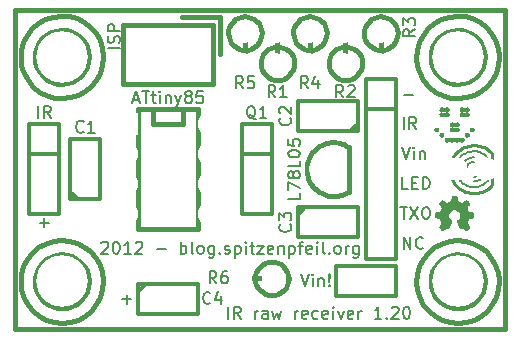
<source format=gto>
G04 (created by PCBNEW-RS274X (2012-jan-04)-stable) date Sat 31 Mar 2012 08:46:18 PM CEST*
G01*
G70*
G90*
%MOIN*%
G04 Gerber Fmt 3.4, Leading zero omitted, Abs format*
%FSLAX34Y34*%
G04 APERTURE LIST*
%ADD10C,0.008000*%
%ADD11C,0.015000*%
%ADD12C,0.010000*%
%ADD13C,0.006000*%
%ADD14C,0.000100*%
%ADD15C,0.012000*%
%ADD16C,0.172000*%
%ADD17C,0.078000*%
%ADD18R,0.072000X0.072000*%
%ADD19C,0.072000*%
%ADD20R,0.067000X0.067000*%
%ADD21C,0.067000*%
%ADD22R,0.102000X0.074000*%
%ADD23O,0.102000X0.074000*%
%ADD24O,0.071100X0.059200*%
G04 APERTURE END LIST*
G54D10*
G54D11*
X19685Y-12795D02*
X19685Y-23425D01*
X36024Y-12795D02*
X19685Y-12795D01*
X36024Y-23425D02*
X36024Y-12795D01*
X19685Y-23425D02*
X36024Y-23425D01*
G54D10*
X20469Y-16402D02*
X20469Y-16002D01*
X20888Y-16402D02*
X20754Y-16211D01*
X20659Y-16402D02*
X20659Y-16002D01*
X20812Y-16002D01*
X20850Y-16021D01*
X20869Y-16040D01*
X20888Y-16078D01*
X20888Y-16135D01*
X20869Y-16173D01*
X20850Y-16192D01*
X20812Y-16211D01*
X20659Y-16211D01*
X32650Y-20772D02*
X32650Y-20372D01*
X32879Y-20772D01*
X32879Y-20372D01*
X33298Y-20734D02*
X33279Y-20753D01*
X33222Y-20772D01*
X33184Y-20772D01*
X33126Y-20753D01*
X33088Y-20715D01*
X33069Y-20677D01*
X33050Y-20600D01*
X33050Y-20543D01*
X33069Y-20467D01*
X33088Y-20429D01*
X33126Y-20391D01*
X33184Y-20372D01*
X33222Y-20372D01*
X33279Y-20391D01*
X33298Y-20410D01*
X32541Y-19372D02*
X32770Y-19372D01*
X32655Y-19772D02*
X32655Y-19372D01*
X32865Y-19372D02*
X33132Y-19772D01*
X33132Y-19372D02*
X32865Y-19772D01*
X33360Y-19372D02*
X33437Y-19372D01*
X33475Y-19391D01*
X33513Y-19429D01*
X33532Y-19505D01*
X33532Y-19639D01*
X33513Y-19715D01*
X33475Y-19753D01*
X33437Y-19772D01*
X33360Y-19772D01*
X33322Y-19753D01*
X33284Y-19715D01*
X33265Y-19639D01*
X33265Y-19505D01*
X33284Y-19429D01*
X33322Y-19391D01*
X33360Y-19372D01*
X32798Y-18772D02*
X32607Y-18772D01*
X32607Y-18372D01*
X32931Y-18562D02*
X33065Y-18562D01*
X33122Y-18772D02*
X32931Y-18772D01*
X32931Y-18372D01*
X33122Y-18372D01*
X33293Y-18772D02*
X33293Y-18372D01*
X33388Y-18372D01*
X33446Y-18391D01*
X33484Y-18429D01*
X33503Y-18467D01*
X33522Y-18543D01*
X33522Y-18600D01*
X33503Y-18677D01*
X33484Y-18715D01*
X33446Y-18753D01*
X33388Y-18772D01*
X33293Y-18772D01*
X32593Y-17372D02*
X32726Y-17772D01*
X32860Y-17372D01*
X32993Y-17772D02*
X32993Y-17505D01*
X32993Y-17372D02*
X32974Y-17391D01*
X32993Y-17410D01*
X33012Y-17391D01*
X32993Y-17372D01*
X32993Y-17410D01*
X33183Y-17505D02*
X33183Y-17772D01*
X33183Y-17543D02*
X33202Y-17524D01*
X33240Y-17505D01*
X33298Y-17505D01*
X33336Y-17524D01*
X33355Y-17562D01*
X33355Y-17772D01*
X32650Y-16772D02*
X32650Y-16372D01*
X33069Y-16772D02*
X32935Y-16581D01*
X32840Y-16772D02*
X32840Y-16372D01*
X32993Y-16372D01*
X33031Y-16391D01*
X33050Y-16410D01*
X33069Y-16448D01*
X33069Y-16505D01*
X33050Y-16543D01*
X33031Y-16562D01*
X32993Y-16581D01*
X32840Y-16581D01*
X32650Y-15620D02*
X32955Y-15620D01*
X22574Y-20567D02*
X22593Y-20548D01*
X22631Y-20529D01*
X22727Y-20529D01*
X22765Y-20548D01*
X22784Y-20567D01*
X22803Y-20605D01*
X22803Y-20643D01*
X22784Y-20700D01*
X22555Y-20929D01*
X22803Y-20929D01*
X23050Y-20529D02*
X23089Y-20529D01*
X23127Y-20548D01*
X23146Y-20567D01*
X23165Y-20605D01*
X23184Y-20681D01*
X23184Y-20777D01*
X23165Y-20853D01*
X23146Y-20891D01*
X23127Y-20910D01*
X23089Y-20929D01*
X23050Y-20929D01*
X23012Y-20910D01*
X22993Y-20891D01*
X22974Y-20853D01*
X22955Y-20777D01*
X22955Y-20681D01*
X22974Y-20605D01*
X22993Y-20567D01*
X23012Y-20548D01*
X23050Y-20529D01*
X23565Y-20929D02*
X23336Y-20929D01*
X23450Y-20929D02*
X23450Y-20529D01*
X23412Y-20586D01*
X23374Y-20624D01*
X23336Y-20643D01*
X23717Y-20567D02*
X23736Y-20548D01*
X23774Y-20529D01*
X23870Y-20529D01*
X23908Y-20548D01*
X23927Y-20567D01*
X23946Y-20605D01*
X23946Y-20643D01*
X23927Y-20700D01*
X23698Y-20929D01*
X23946Y-20929D01*
X24422Y-20777D02*
X24727Y-20777D01*
X25222Y-20929D02*
X25222Y-20529D01*
X25222Y-20681D02*
X25260Y-20662D01*
X25337Y-20662D01*
X25375Y-20681D01*
X25394Y-20700D01*
X25413Y-20738D01*
X25413Y-20853D01*
X25394Y-20891D01*
X25375Y-20910D01*
X25337Y-20929D01*
X25260Y-20929D01*
X25222Y-20910D01*
X25641Y-20929D02*
X25603Y-20910D01*
X25584Y-20872D01*
X25584Y-20529D01*
X25851Y-20929D02*
X25813Y-20910D01*
X25794Y-20891D01*
X25775Y-20853D01*
X25775Y-20738D01*
X25794Y-20700D01*
X25813Y-20681D01*
X25851Y-20662D01*
X25909Y-20662D01*
X25947Y-20681D01*
X25966Y-20700D01*
X25985Y-20738D01*
X25985Y-20853D01*
X25966Y-20891D01*
X25947Y-20910D01*
X25909Y-20929D01*
X25851Y-20929D01*
X26328Y-20662D02*
X26328Y-20986D01*
X26309Y-21024D01*
X26290Y-21043D01*
X26251Y-21062D01*
X26194Y-21062D01*
X26156Y-21043D01*
X26328Y-20910D02*
X26290Y-20929D01*
X26213Y-20929D01*
X26175Y-20910D01*
X26156Y-20891D01*
X26137Y-20853D01*
X26137Y-20738D01*
X26156Y-20700D01*
X26175Y-20681D01*
X26213Y-20662D01*
X26290Y-20662D01*
X26328Y-20681D01*
X26518Y-20891D02*
X26537Y-20910D01*
X26518Y-20929D01*
X26499Y-20910D01*
X26518Y-20891D01*
X26518Y-20929D01*
X26689Y-20910D02*
X26727Y-20929D01*
X26803Y-20929D01*
X26842Y-20910D01*
X26861Y-20872D01*
X26861Y-20853D01*
X26842Y-20815D01*
X26803Y-20796D01*
X26746Y-20796D01*
X26708Y-20777D01*
X26689Y-20738D01*
X26689Y-20719D01*
X26708Y-20681D01*
X26746Y-20662D01*
X26803Y-20662D01*
X26842Y-20681D01*
X27032Y-20662D02*
X27032Y-21062D01*
X27032Y-20681D02*
X27070Y-20662D01*
X27147Y-20662D01*
X27185Y-20681D01*
X27204Y-20700D01*
X27223Y-20738D01*
X27223Y-20853D01*
X27204Y-20891D01*
X27185Y-20910D01*
X27147Y-20929D01*
X27070Y-20929D01*
X27032Y-20910D01*
X27394Y-20929D02*
X27394Y-20662D01*
X27394Y-20529D02*
X27375Y-20548D01*
X27394Y-20567D01*
X27413Y-20548D01*
X27394Y-20529D01*
X27394Y-20567D01*
X27527Y-20662D02*
X27679Y-20662D01*
X27584Y-20529D02*
X27584Y-20872D01*
X27603Y-20910D01*
X27641Y-20929D01*
X27679Y-20929D01*
X27775Y-20662D02*
X27985Y-20662D01*
X27775Y-20929D01*
X27985Y-20929D01*
X28290Y-20910D02*
X28252Y-20929D01*
X28175Y-20929D01*
X28137Y-20910D01*
X28118Y-20872D01*
X28118Y-20719D01*
X28137Y-20681D01*
X28175Y-20662D01*
X28252Y-20662D01*
X28290Y-20681D01*
X28309Y-20719D01*
X28309Y-20757D01*
X28118Y-20796D01*
X28480Y-20662D02*
X28480Y-20929D01*
X28480Y-20700D02*
X28499Y-20681D01*
X28537Y-20662D01*
X28595Y-20662D01*
X28633Y-20681D01*
X28652Y-20719D01*
X28652Y-20929D01*
X28842Y-20662D02*
X28842Y-21062D01*
X28842Y-20681D02*
X28880Y-20662D01*
X28957Y-20662D01*
X28995Y-20681D01*
X29014Y-20700D01*
X29033Y-20738D01*
X29033Y-20853D01*
X29014Y-20891D01*
X28995Y-20910D01*
X28957Y-20929D01*
X28880Y-20929D01*
X28842Y-20910D01*
X29147Y-20662D02*
X29299Y-20662D01*
X29204Y-20929D02*
X29204Y-20586D01*
X29223Y-20548D01*
X29261Y-20529D01*
X29299Y-20529D01*
X29586Y-20910D02*
X29548Y-20929D01*
X29471Y-20929D01*
X29433Y-20910D01*
X29414Y-20872D01*
X29414Y-20719D01*
X29433Y-20681D01*
X29471Y-20662D01*
X29548Y-20662D01*
X29586Y-20681D01*
X29605Y-20719D01*
X29605Y-20757D01*
X29414Y-20796D01*
X29776Y-20929D02*
X29776Y-20662D01*
X29776Y-20529D02*
X29757Y-20548D01*
X29776Y-20567D01*
X29795Y-20548D01*
X29776Y-20529D01*
X29776Y-20567D01*
X30023Y-20929D02*
X29985Y-20910D01*
X29966Y-20872D01*
X29966Y-20529D01*
X30176Y-20891D02*
X30195Y-20910D01*
X30176Y-20929D01*
X30157Y-20910D01*
X30176Y-20891D01*
X30176Y-20929D01*
X30423Y-20929D02*
X30385Y-20910D01*
X30366Y-20891D01*
X30347Y-20853D01*
X30347Y-20738D01*
X30366Y-20700D01*
X30385Y-20681D01*
X30423Y-20662D01*
X30481Y-20662D01*
X30519Y-20681D01*
X30538Y-20700D01*
X30557Y-20738D01*
X30557Y-20853D01*
X30538Y-20891D01*
X30519Y-20910D01*
X30481Y-20929D01*
X30423Y-20929D01*
X30728Y-20929D02*
X30728Y-20662D01*
X30728Y-20738D02*
X30747Y-20700D01*
X30766Y-20681D01*
X30804Y-20662D01*
X30843Y-20662D01*
X31148Y-20662D02*
X31148Y-20986D01*
X31129Y-21024D01*
X31110Y-21043D01*
X31071Y-21062D01*
X31014Y-21062D01*
X30976Y-21043D01*
X31148Y-20910D02*
X31110Y-20929D01*
X31033Y-20929D01*
X30995Y-20910D01*
X30976Y-20891D01*
X30957Y-20853D01*
X30957Y-20738D01*
X30976Y-20700D01*
X30995Y-20681D01*
X31033Y-20662D01*
X31110Y-20662D01*
X31148Y-20681D01*
X26803Y-23095D02*
X26803Y-22695D01*
X27222Y-23095D02*
X27088Y-22904D01*
X26993Y-23095D02*
X26993Y-22695D01*
X27146Y-22695D01*
X27184Y-22714D01*
X27203Y-22733D01*
X27222Y-22771D01*
X27222Y-22828D01*
X27203Y-22866D01*
X27184Y-22885D01*
X27146Y-22904D01*
X26993Y-22904D01*
X27698Y-23095D02*
X27698Y-22828D01*
X27698Y-22904D02*
X27717Y-22866D01*
X27736Y-22847D01*
X27774Y-22828D01*
X27813Y-22828D01*
X28118Y-23095D02*
X28118Y-22885D01*
X28099Y-22847D01*
X28061Y-22828D01*
X27984Y-22828D01*
X27946Y-22847D01*
X28118Y-23076D02*
X28080Y-23095D01*
X27984Y-23095D01*
X27946Y-23076D01*
X27927Y-23038D01*
X27927Y-23000D01*
X27946Y-22962D01*
X27984Y-22943D01*
X28080Y-22943D01*
X28118Y-22923D01*
X28270Y-22828D02*
X28346Y-23095D01*
X28423Y-22904D01*
X28499Y-23095D01*
X28575Y-22828D01*
X29032Y-23095D02*
X29032Y-22828D01*
X29032Y-22904D02*
X29051Y-22866D01*
X29070Y-22847D01*
X29108Y-22828D01*
X29147Y-22828D01*
X29433Y-23076D02*
X29395Y-23095D01*
X29318Y-23095D01*
X29280Y-23076D01*
X29261Y-23038D01*
X29261Y-22885D01*
X29280Y-22847D01*
X29318Y-22828D01*
X29395Y-22828D01*
X29433Y-22847D01*
X29452Y-22885D01*
X29452Y-22923D01*
X29261Y-22962D01*
X29795Y-23076D02*
X29757Y-23095D01*
X29680Y-23095D01*
X29642Y-23076D01*
X29623Y-23057D01*
X29604Y-23019D01*
X29604Y-22904D01*
X29623Y-22866D01*
X29642Y-22847D01*
X29680Y-22828D01*
X29757Y-22828D01*
X29795Y-22847D01*
X30119Y-23076D02*
X30081Y-23095D01*
X30004Y-23095D01*
X29966Y-23076D01*
X29947Y-23038D01*
X29947Y-22885D01*
X29966Y-22847D01*
X30004Y-22828D01*
X30081Y-22828D01*
X30119Y-22847D01*
X30138Y-22885D01*
X30138Y-22923D01*
X29947Y-22962D01*
X30309Y-23095D02*
X30309Y-22828D01*
X30309Y-22695D02*
X30290Y-22714D01*
X30309Y-22733D01*
X30328Y-22714D01*
X30309Y-22695D01*
X30309Y-22733D01*
X30461Y-22828D02*
X30556Y-23095D01*
X30652Y-22828D01*
X30957Y-23076D02*
X30919Y-23095D01*
X30842Y-23095D01*
X30804Y-23076D01*
X30785Y-23038D01*
X30785Y-22885D01*
X30804Y-22847D01*
X30842Y-22828D01*
X30919Y-22828D01*
X30957Y-22847D01*
X30976Y-22885D01*
X30976Y-22923D01*
X30785Y-22962D01*
X31147Y-23095D02*
X31147Y-22828D01*
X31147Y-22904D02*
X31166Y-22866D01*
X31185Y-22847D01*
X31223Y-22828D01*
X31262Y-22828D01*
X31910Y-23095D02*
X31681Y-23095D01*
X31795Y-23095D02*
X31795Y-22695D01*
X31757Y-22752D01*
X31719Y-22790D01*
X31681Y-22809D01*
X32081Y-23057D02*
X32100Y-23076D01*
X32081Y-23095D01*
X32062Y-23076D01*
X32081Y-23057D01*
X32081Y-23095D01*
X32252Y-22733D02*
X32271Y-22714D01*
X32309Y-22695D01*
X32405Y-22695D01*
X32443Y-22714D01*
X32462Y-22733D01*
X32481Y-22771D01*
X32481Y-22809D01*
X32462Y-22866D01*
X32233Y-23095D01*
X32481Y-23095D01*
X32728Y-22695D02*
X32767Y-22695D01*
X32805Y-22714D01*
X32824Y-22733D01*
X32843Y-22771D01*
X32862Y-22847D01*
X32862Y-22943D01*
X32843Y-23019D01*
X32824Y-23057D01*
X32805Y-23076D01*
X32767Y-23095D01*
X32728Y-23095D01*
X32690Y-23076D01*
X32671Y-23057D01*
X32652Y-23019D01*
X32633Y-22943D01*
X32633Y-22847D01*
X32652Y-22771D01*
X32671Y-22733D01*
X32690Y-22714D01*
X32728Y-22695D01*
X20517Y-19892D02*
X20822Y-19892D01*
X20670Y-20044D02*
X20670Y-19739D01*
X23273Y-22451D02*
X23578Y-22451D01*
X23426Y-22603D02*
X23426Y-22298D01*
G54D11*
X22638Y-14370D02*
X22611Y-14637D01*
X22534Y-14895D01*
X22407Y-15132D01*
X22237Y-15340D01*
X22030Y-15512D01*
X21793Y-15640D01*
X21537Y-15719D01*
X21269Y-15747D01*
X21002Y-15723D01*
X20744Y-15647D01*
X20506Y-15523D01*
X20296Y-15354D01*
X20123Y-15148D01*
X19994Y-14912D01*
X19913Y-14656D01*
X19883Y-14389D01*
X19905Y-14122D01*
X19979Y-13863D01*
X20102Y-13624D01*
X20269Y-13413D01*
X20474Y-13239D01*
X20709Y-13108D01*
X20965Y-13025D01*
X21232Y-12993D01*
X21499Y-13013D01*
X21758Y-13086D01*
X21998Y-13207D01*
X22210Y-13373D01*
X22386Y-13576D01*
X22518Y-13810D01*
X22603Y-14065D01*
X22637Y-14332D01*
X22638Y-14370D01*
X22160Y-14370D02*
X22142Y-14544D01*
X22092Y-14712D01*
X22009Y-14868D01*
X21898Y-15004D01*
X21763Y-15116D01*
X21608Y-15199D01*
X21440Y-15251D01*
X21266Y-15269D01*
X21092Y-15254D01*
X20923Y-15204D01*
X20768Y-15123D01*
X20631Y-15013D01*
X20518Y-14878D01*
X20433Y-14724D01*
X20380Y-14557D01*
X20361Y-14382D01*
X20375Y-14208D01*
X20424Y-14039D01*
X20504Y-13883D01*
X20613Y-13745D01*
X20747Y-13631D01*
X20900Y-13546D01*
X21067Y-13491D01*
X21242Y-13471D01*
X21416Y-13484D01*
X21585Y-13531D01*
X21742Y-13611D01*
X21880Y-13719D01*
X21995Y-13852D01*
X22082Y-14004D01*
X22137Y-14171D01*
X22159Y-14345D01*
X22160Y-14370D01*
G54D12*
X35610Y-18610D02*
X35610Y-17610D01*
G54D13*
X34530Y-17726D02*
X34498Y-17768D01*
X34470Y-17812D01*
X34446Y-17859D01*
X34426Y-17907D01*
X34410Y-17957D01*
X34399Y-18008D01*
X34393Y-18060D01*
X34390Y-18110D01*
X34391Y-18110D02*
X34394Y-18162D01*
X34401Y-18214D01*
X34412Y-18265D01*
X34428Y-18314D01*
X34448Y-18363D01*
X34472Y-18409D01*
X34500Y-18453D01*
X34532Y-18495D01*
X34543Y-18507D01*
X35589Y-18110D02*
X35586Y-18058D01*
X35579Y-18006D01*
X35568Y-17955D01*
X35552Y-17906D01*
X35532Y-17857D01*
X35508Y-17811D01*
X35480Y-17767D01*
X35448Y-17725D01*
X35444Y-17721D01*
X35450Y-18494D02*
X35482Y-18452D01*
X35510Y-18408D01*
X35534Y-18361D01*
X35554Y-18313D01*
X35570Y-18263D01*
X35581Y-18212D01*
X35587Y-18160D01*
X35590Y-18110D01*
X35477Y-17761D02*
X35445Y-17720D01*
X35409Y-17682D01*
X35370Y-17647D01*
X35328Y-17615D01*
X35284Y-17588D01*
X35237Y-17564D01*
X35189Y-17545D01*
X35139Y-17529D01*
X35087Y-17519D01*
X35036Y-17512D01*
X34990Y-17510D01*
X34990Y-17510D02*
X34938Y-17513D01*
X34886Y-17520D01*
X34835Y-17531D01*
X34785Y-17547D01*
X34737Y-17567D01*
X34691Y-17591D01*
X34646Y-17619D01*
X34605Y-17651D01*
X34566Y-17686D01*
X34531Y-17725D01*
X34511Y-17750D01*
X34990Y-18709D02*
X35042Y-18706D01*
X35094Y-18699D01*
X35145Y-18688D01*
X35194Y-18672D01*
X35243Y-18652D01*
X35289Y-18628D01*
X35333Y-18600D01*
X35375Y-18568D01*
X35413Y-18533D01*
X35448Y-18495D01*
X35462Y-18477D01*
X34517Y-18478D02*
X34551Y-18518D01*
X34588Y-18555D01*
X34629Y-18588D01*
X34672Y-18618D01*
X34717Y-18644D01*
X34765Y-18665D01*
X34814Y-18683D01*
X34865Y-18696D01*
X34916Y-18705D01*
X34969Y-18709D01*
X34990Y-18710D01*
X34990Y-17860D02*
X34969Y-17861D01*
X34947Y-17864D01*
X34926Y-17869D01*
X34905Y-17876D01*
X34885Y-17884D01*
X34866Y-17894D01*
X34847Y-17906D01*
X34830Y-17919D01*
X34814Y-17934D01*
X34799Y-17950D01*
X34786Y-17967D01*
X34774Y-17986D01*
X34764Y-18005D01*
X34756Y-18025D01*
X34749Y-18046D01*
X34744Y-18067D01*
X34741Y-18089D01*
X34740Y-18110D01*
X34990Y-17710D02*
X34956Y-17712D01*
X34921Y-17717D01*
X34887Y-17724D01*
X34854Y-17735D01*
X34821Y-17748D01*
X34791Y-17764D01*
X34761Y-17783D01*
X34733Y-17804D01*
X34708Y-17828D01*
X34684Y-17853D01*
X34663Y-17881D01*
X34644Y-17911D01*
X34628Y-17941D01*
X34615Y-17974D01*
X34604Y-18007D01*
X34597Y-18041D01*
X34592Y-18076D01*
X34590Y-18110D01*
X34990Y-18360D02*
X35011Y-18359D01*
X35033Y-18356D01*
X35054Y-18351D01*
X35075Y-18344D01*
X35095Y-18336D01*
X35115Y-18326D01*
X35133Y-18314D01*
X35150Y-18301D01*
X35166Y-18286D01*
X35181Y-18270D01*
X35194Y-18253D01*
X35206Y-18234D01*
X35216Y-18215D01*
X35224Y-18195D01*
X35231Y-18174D01*
X35236Y-18153D01*
X35239Y-18131D01*
X35240Y-18110D01*
X34990Y-18510D02*
X35024Y-18508D01*
X35059Y-18503D01*
X35093Y-18496D01*
X35126Y-18485D01*
X35159Y-18472D01*
X35190Y-18456D01*
X35219Y-18437D01*
X35247Y-18416D01*
X35272Y-18392D01*
X35296Y-18367D01*
X35317Y-18339D01*
X35336Y-18309D01*
X35352Y-18279D01*
X35365Y-18246D01*
X35376Y-18213D01*
X35383Y-18179D01*
X35388Y-18144D01*
X35390Y-18110D01*
G54D12*
X35603Y-17597D02*
X35556Y-17546D01*
X35505Y-17499D01*
X35450Y-17456D01*
X35391Y-17418D01*
X35329Y-17386D01*
X35264Y-17359D01*
X35198Y-17338D01*
X35130Y-17323D01*
X35061Y-17314D01*
X34991Y-17311D01*
X34990Y-17310D01*
X34990Y-17311D02*
X34921Y-17315D01*
X34852Y-17324D01*
X34784Y-17339D01*
X34717Y-17360D01*
X34653Y-17386D01*
X34591Y-17419D01*
X34532Y-17456D01*
X34477Y-17498D01*
X34426Y-17546D01*
X34378Y-17597D01*
X34336Y-17652D01*
X34299Y-17711D01*
X34286Y-17734D01*
X34991Y-18907D02*
X35060Y-18904D01*
X35129Y-18895D01*
X35197Y-18880D01*
X35264Y-18859D01*
X35328Y-18832D01*
X35390Y-18800D01*
X35448Y-18762D01*
X35504Y-18720D01*
X35555Y-18673D01*
X35599Y-18625D01*
X34296Y-18507D02*
X34334Y-18566D01*
X34376Y-18622D01*
X34423Y-18673D01*
X34474Y-18721D01*
X34529Y-18763D01*
X34588Y-18801D01*
X34650Y-18833D01*
X34714Y-18860D01*
X34781Y-18882D01*
X34849Y-18897D01*
X34918Y-18906D01*
X34988Y-18909D01*
X34990Y-18910D01*
X34286Y-17731D02*
X34256Y-17794D01*
X34231Y-17859D01*
X34212Y-17926D01*
X34199Y-17995D01*
X34192Y-18064D01*
X34190Y-18110D01*
X34191Y-18110D02*
X34195Y-18179D01*
X34204Y-18248D01*
X34219Y-18316D01*
X34240Y-18383D01*
X34266Y-18447D01*
X34299Y-18509D01*
X34310Y-18528D01*
G54D11*
X26299Y-15255D02*
X26299Y-13287D01*
X23307Y-13287D02*
X23307Y-15255D01*
X23307Y-15255D02*
X26299Y-15255D01*
X26299Y-13287D02*
X23346Y-13287D01*
X23346Y-13287D02*
X23307Y-13287D01*
X26535Y-13051D02*
X26535Y-14271D01*
X26535Y-13051D02*
X25275Y-13051D01*
X35827Y-21850D02*
X35800Y-22117D01*
X35723Y-22375D01*
X35596Y-22612D01*
X35426Y-22820D01*
X35219Y-22992D01*
X34982Y-23120D01*
X34726Y-23199D01*
X34458Y-23227D01*
X34191Y-23203D01*
X33933Y-23127D01*
X33695Y-23003D01*
X33485Y-22834D01*
X33312Y-22628D01*
X33183Y-22392D01*
X33102Y-22136D01*
X33072Y-21869D01*
X33094Y-21602D01*
X33168Y-21343D01*
X33291Y-21104D01*
X33458Y-20893D01*
X33663Y-20719D01*
X33898Y-20588D01*
X34154Y-20505D01*
X34421Y-20473D01*
X34688Y-20493D01*
X34947Y-20566D01*
X35187Y-20687D01*
X35399Y-20853D01*
X35575Y-21056D01*
X35707Y-21290D01*
X35792Y-21545D01*
X35826Y-21812D01*
X35827Y-21850D01*
X35349Y-21850D02*
X35331Y-22024D01*
X35281Y-22192D01*
X35198Y-22348D01*
X35087Y-22484D01*
X34952Y-22596D01*
X34797Y-22679D01*
X34629Y-22731D01*
X34455Y-22749D01*
X34281Y-22734D01*
X34112Y-22684D01*
X33957Y-22603D01*
X33820Y-22493D01*
X33707Y-22358D01*
X33622Y-22204D01*
X33569Y-22037D01*
X33550Y-21862D01*
X33564Y-21688D01*
X33613Y-21519D01*
X33693Y-21363D01*
X33802Y-21225D01*
X33936Y-21111D01*
X34089Y-21026D01*
X34256Y-20971D01*
X34431Y-20951D01*
X34605Y-20964D01*
X34774Y-21011D01*
X34931Y-21091D01*
X35069Y-21199D01*
X35184Y-21332D01*
X35271Y-21484D01*
X35326Y-21651D01*
X35348Y-21825D01*
X35349Y-21850D01*
X35827Y-14370D02*
X35800Y-14637D01*
X35723Y-14895D01*
X35596Y-15132D01*
X35426Y-15340D01*
X35219Y-15512D01*
X34982Y-15640D01*
X34726Y-15719D01*
X34458Y-15747D01*
X34191Y-15723D01*
X33933Y-15647D01*
X33695Y-15523D01*
X33485Y-15354D01*
X33312Y-15148D01*
X33183Y-14912D01*
X33102Y-14656D01*
X33072Y-14389D01*
X33094Y-14122D01*
X33168Y-13863D01*
X33291Y-13624D01*
X33458Y-13413D01*
X33663Y-13239D01*
X33898Y-13108D01*
X34154Y-13025D01*
X34421Y-12993D01*
X34688Y-13013D01*
X34947Y-13086D01*
X35187Y-13207D01*
X35399Y-13373D01*
X35575Y-13576D01*
X35707Y-13810D01*
X35792Y-14065D01*
X35826Y-14332D01*
X35827Y-14370D01*
X35349Y-14370D02*
X35331Y-14544D01*
X35281Y-14712D01*
X35198Y-14868D01*
X35087Y-15004D01*
X34952Y-15116D01*
X34797Y-15199D01*
X34629Y-15251D01*
X34455Y-15269D01*
X34281Y-15254D01*
X34112Y-15204D01*
X33957Y-15123D01*
X33820Y-15013D01*
X33707Y-14878D01*
X33622Y-14724D01*
X33569Y-14557D01*
X33550Y-14382D01*
X33564Y-14208D01*
X33613Y-14039D01*
X33693Y-13883D01*
X33802Y-13745D01*
X33936Y-13631D01*
X34089Y-13546D01*
X34256Y-13491D01*
X34431Y-13471D01*
X34605Y-13484D01*
X34774Y-13531D01*
X34931Y-13611D01*
X35069Y-13719D01*
X35184Y-13852D01*
X35271Y-14004D01*
X35326Y-14171D01*
X35348Y-14345D01*
X35349Y-14370D01*
X22637Y-21850D02*
X22610Y-22117D01*
X22533Y-22375D01*
X22406Y-22612D01*
X22236Y-22820D01*
X22029Y-22992D01*
X21792Y-23120D01*
X21536Y-23199D01*
X21268Y-23227D01*
X21001Y-23203D01*
X20743Y-23127D01*
X20505Y-23003D01*
X20295Y-22834D01*
X20122Y-22628D01*
X19993Y-22392D01*
X19912Y-22136D01*
X19882Y-21869D01*
X19904Y-21602D01*
X19978Y-21343D01*
X20101Y-21104D01*
X20268Y-20893D01*
X20473Y-20719D01*
X20708Y-20588D01*
X20964Y-20505D01*
X21231Y-20473D01*
X21498Y-20493D01*
X21757Y-20566D01*
X21997Y-20687D01*
X22209Y-20853D01*
X22385Y-21056D01*
X22517Y-21290D01*
X22602Y-21545D01*
X22636Y-21812D01*
X22637Y-21850D01*
X22159Y-21850D02*
X22141Y-22024D01*
X22091Y-22192D01*
X22008Y-22348D01*
X21897Y-22484D01*
X21762Y-22596D01*
X21607Y-22679D01*
X21439Y-22731D01*
X21265Y-22749D01*
X21091Y-22734D01*
X20922Y-22684D01*
X20767Y-22603D01*
X20630Y-22493D01*
X20517Y-22358D01*
X20432Y-22204D01*
X20379Y-22037D01*
X20360Y-21862D01*
X20374Y-21688D01*
X20423Y-21519D01*
X20503Y-21363D01*
X20612Y-21225D01*
X20746Y-21111D01*
X20899Y-21026D01*
X21066Y-20971D01*
X21241Y-20951D01*
X21415Y-20964D01*
X21584Y-21011D01*
X21741Y-21091D01*
X21879Y-21199D01*
X21994Y-21332D01*
X22081Y-21484D01*
X22136Y-21651D01*
X22158Y-21825D01*
X22159Y-21850D01*
G54D14*
G36*
X34605Y-17223D02*
X34622Y-17221D01*
X34638Y-17216D01*
X34645Y-17212D01*
X34659Y-17202D01*
X34670Y-17190D01*
X34679Y-17176D01*
X34685Y-17160D01*
X34687Y-17144D01*
X34687Y-17127D01*
X34683Y-17111D01*
X34675Y-17095D01*
X34670Y-17088D01*
X34663Y-17080D01*
X34656Y-17073D01*
X34648Y-17068D01*
X34646Y-17066D01*
X34632Y-17060D01*
X34617Y-17056D01*
X34600Y-17055D01*
X34594Y-17056D01*
X34585Y-17057D01*
X34577Y-17059D01*
X34568Y-17063D01*
X34558Y-17068D01*
X34544Y-17079D01*
X34533Y-17092D01*
X34525Y-17108D01*
X34522Y-17115D01*
X34520Y-17123D01*
X34519Y-17130D01*
X34519Y-17131D01*
X34519Y-17131D01*
X34518Y-17128D01*
X34518Y-17127D01*
X34516Y-17116D01*
X34512Y-17105D01*
X34507Y-17095D01*
X34497Y-17083D01*
X34484Y-17071D01*
X34470Y-17062D01*
X34453Y-17057D01*
X34435Y-17055D01*
X34431Y-17055D01*
X34417Y-17057D01*
X34405Y-17060D01*
X34402Y-17061D01*
X34388Y-17069D01*
X34375Y-17080D01*
X34365Y-17092D01*
X34357Y-17107D01*
X34352Y-17122D01*
X34352Y-17122D01*
X34351Y-17126D01*
X34351Y-17128D01*
X34351Y-17128D01*
X34351Y-17126D01*
X34350Y-17122D01*
X34349Y-17120D01*
X34344Y-17105D01*
X34336Y-17091D01*
X34325Y-17078D01*
X34315Y-17070D01*
X34301Y-17062D01*
X34285Y-17057D01*
X34267Y-17055D01*
X34254Y-17056D01*
X34237Y-17060D01*
X34222Y-17068D01*
X34209Y-17079D01*
X34197Y-17092D01*
X34196Y-17094D01*
X34192Y-17100D01*
X34190Y-17105D01*
X34188Y-17109D01*
X34186Y-17117D01*
X34184Y-17124D01*
X34183Y-17130D01*
X34183Y-17131D01*
X34183Y-17131D01*
X34182Y-17127D01*
X34180Y-17118D01*
X34176Y-17106D01*
X34171Y-17096D01*
X34161Y-17083D01*
X34148Y-17071D01*
X34133Y-17062D01*
X34117Y-17057D01*
X34099Y-17055D01*
X34083Y-17056D01*
X34067Y-17061D01*
X34052Y-17069D01*
X34038Y-17081D01*
X34032Y-17088D01*
X34025Y-17097D01*
X34020Y-17108D01*
X34017Y-17117D01*
X34015Y-17134D01*
X34015Y-17150D01*
X34019Y-17166D01*
X34025Y-17181D01*
X34035Y-17194D01*
X34046Y-17205D01*
X34060Y-17214D01*
X34075Y-17220D01*
X34092Y-17223D01*
X34094Y-17223D01*
X34111Y-17222D01*
X34127Y-17219D01*
X34143Y-17211D01*
X34148Y-17208D01*
X34159Y-17198D01*
X34169Y-17186D01*
X34176Y-17173D01*
X34178Y-17168D01*
X34180Y-17161D01*
X34182Y-17154D01*
X34183Y-17148D01*
X34183Y-17145D01*
X34183Y-17148D01*
X34184Y-17151D01*
X34185Y-17158D01*
X34188Y-17167D01*
X34190Y-17174D01*
X34194Y-17181D01*
X34205Y-17195D01*
X34217Y-17207D01*
X34232Y-17216D01*
X34249Y-17222D01*
X34252Y-17222D01*
X34264Y-17223D01*
X34276Y-17223D01*
X34287Y-17221D01*
X34298Y-17218D01*
X34314Y-17209D01*
X34328Y-17198D01*
X34329Y-17197D01*
X34338Y-17185D01*
X34345Y-17171D01*
X34350Y-17157D01*
X34350Y-17156D01*
X34351Y-17152D01*
X34351Y-17150D01*
X34351Y-17151D01*
X34352Y-17155D01*
X34352Y-17156D01*
X34354Y-17165D01*
X34358Y-17174D01*
X34363Y-17184D01*
X34371Y-17194D01*
X34383Y-17206D01*
X34398Y-17215D01*
X34415Y-17221D01*
X34418Y-17222D01*
X34429Y-17223D01*
X34441Y-17223D01*
X34452Y-17222D01*
X34462Y-17219D01*
X34477Y-17212D01*
X34491Y-17201D01*
X34503Y-17189D01*
X34512Y-17174D01*
X34514Y-17169D01*
X34516Y-17161D01*
X34518Y-17154D01*
X34519Y-17148D01*
X34519Y-17147D01*
X34519Y-17147D01*
X34520Y-17151D01*
X34520Y-17151D01*
X34522Y-17162D01*
X34526Y-17173D01*
X34531Y-17183D01*
X34534Y-17186D01*
X34544Y-17199D01*
X34558Y-17210D01*
X34572Y-17218D01*
X34588Y-17222D01*
X34605Y-17223D01*
X34605Y-17223D01*
G37*
G36*
X33925Y-17055D02*
X33935Y-17055D01*
X33945Y-17054D01*
X33956Y-17051D01*
X33972Y-17044D01*
X33986Y-17034D01*
X33998Y-17021D01*
X34006Y-17007D01*
X34012Y-16991D01*
X34014Y-16973D01*
X34013Y-16956D01*
X34009Y-16940D01*
X34001Y-16925D01*
X33991Y-16912D01*
X33977Y-16901D01*
X33973Y-16898D01*
X33957Y-16890D01*
X33940Y-16887D01*
X33922Y-16887D01*
X33905Y-16890D01*
X33891Y-16896D01*
X33876Y-16906D01*
X33864Y-16918D01*
X33855Y-16933D01*
X33848Y-16950D01*
X33847Y-16958D01*
X33846Y-16969D01*
X33846Y-16980D01*
X33848Y-16989D01*
X33849Y-16992D01*
X33855Y-17009D01*
X33865Y-17024D01*
X33878Y-17037D01*
X33893Y-17046D01*
X33900Y-17049D01*
X33910Y-17053D01*
X33919Y-17054D01*
X33925Y-17055D01*
X33925Y-17055D01*
G37*
G36*
X34774Y-17055D02*
X34791Y-17053D01*
X34808Y-17047D01*
X34823Y-17037D01*
X34827Y-17035D01*
X34838Y-17022D01*
X34848Y-17008D01*
X34854Y-16991D01*
X34855Y-16983D01*
X34856Y-16972D01*
X34856Y-16961D01*
X34854Y-16952D01*
X34853Y-16948D01*
X34846Y-16931D01*
X34837Y-16917D01*
X34825Y-16905D01*
X34810Y-16896D01*
X34794Y-16889D01*
X34776Y-16886D01*
X34770Y-16886D01*
X34753Y-16888D01*
X34737Y-16894D01*
X34723Y-16902D01*
X34711Y-16913D01*
X34701Y-16926D01*
X34693Y-16941D01*
X34689Y-16957D01*
X34688Y-16974D01*
X34689Y-16985D01*
X34691Y-16994D01*
X34694Y-17004D01*
X34701Y-17017D01*
X34712Y-17030D01*
X34725Y-17041D01*
X34740Y-17049D01*
X34756Y-17054D01*
X34774Y-17055D01*
X34774Y-17055D01*
G37*
G36*
X33757Y-16886D02*
X33769Y-16886D01*
X33779Y-16885D01*
X33791Y-16881D01*
X33807Y-16873D01*
X33821Y-16862D01*
X33830Y-16851D01*
X33839Y-16837D01*
X33844Y-16820D01*
X33845Y-16813D01*
X33846Y-16803D01*
X33845Y-16793D01*
X33844Y-16785D01*
X33843Y-16779D01*
X33836Y-16763D01*
X33827Y-16748D01*
X33814Y-16736D01*
X33799Y-16727D01*
X33793Y-16724D01*
X33782Y-16720D01*
X33771Y-16718D01*
X33759Y-16718D01*
X33751Y-16719D01*
X33742Y-16720D01*
X33733Y-16722D01*
X33724Y-16727D01*
X33719Y-16729D01*
X33705Y-16740D01*
X33693Y-16753D01*
X33684Y-16768D01*
X33679Y-16785D01*
X33678Y-16789D01*
X33677Y-16799D01*
X33678Y-16810D01*
X33679Y-16819D01*
X33680Y-16825D01*
X33687Y-16841D01*
X33696Y-16856D01*
X33709Y-16868D01*
X33724Y-16877D01*
X33741Y-16884D01*
X33746Y-16885D01*
X33757Y-16886D01*
X33757Y-16886D01*
G37*
G36*
X34433Y-16886D02*
X34450Y-16885D01*
X34466Y-16881D01*
X34475Y-16876D01*
X34489Y-16866D01*
X34501Y-16854D01*
X34511Y-16839D01*
X34516Y-16822D01*
X34517Y-16819D01*
X34519Y-16805D01*
X34519Y-16792D01*
X34515Y-16778D01*
X34509Y-16761D01*
X34499Y-16747D01*
X34486Y-16735D01*
X34471Y-16726D01*
X34454Y-16720D01*
X34443Y-16717D01*
X34449Y-16717D01*
X34450Y-16716D01*
X34462Y-16713D01*
X34475Y-16708D01*
X34486Y-16700D01*
X34488Y-16698D01*
X34501Y-16686D01*
X34510Y-16672D01*
X34516Y-16656D01*
X34519Y-16640D01*
X34518Y-16624D01*
X34515Y-16607D01*
X34507Y-16592D01*
X34507Y-16591D01*
X34497Y-16577D01*
X34484Y-16566D01*
X34470Y-16558D01*
X34454Y-16553D01*
X34438Y-16550D01*
X34422Y-16551D01*
X34406Y-16555D01*
X34391Y-16563D01*
X34377Y-16573D01*
X34369Y-16581D01*
X34361Y-16594D01*
X34355Y-16607D01*
X34352Y-16619D01*
X34351Y-16622D01*
X34351Y-16624D01*
X34351Y-16623D01*
X34350Y-16619D01*
X34347Y-16608D01*
X34342Y-16596D01*
X34335Y-16585D01*
X34331Y-16579D01*
X34318Y-16567D01*
X34304Y-16558D01*
X34287Y-16553D01*
X34270Y-16550D01*
X34253Y-16551D01*
X34243Y-16554D01*
X34226Y-16561D01*
X34212Y-16571D01*
X34200Y-16583D01*
X34191Y-16598D01*
X34185Y-16614D01*
X34184Y-16623D01*
X34183Y-16639D01*
X34186Y-16656D01*
X34192Y-16672D01*
X34202Y-16686D01*
X34214Y-16698D01*
X34229Y-16708D01*
X34235Y-16711D01*
X34243Y-16714D01*
X34250Y-16716D01*
X34256Y-16717D01*
X34257Y-16717D01*
X34256Y-16718D01*
X34253Y-16719D01*
X34244Y-16721D01*
X34233Y-16725D01*
X34223Y-16730D01*
X34218Y-16733D01*
X34207Y-16743D01*
X34197Y-16755D01*
X34190Y-16768D01*
X34185Y-16782D01*
X34183Y-16797D01*
X34183Y-16812D01*
X34184Y-16815D01*
X34189Y-16832D01*
X34196Y-16848D01*
X34208Y-16862D01*
X34217Y-16870D01*
X34232Y-16879D01*
X34249Y-16885D01*
X34256Y-16885D01*
X34265Y-16886D01*
X34274Y-16885D01*
X34283Y-16885D01*
X34290Y-16883D01*
X34296Y-16882D01*
X34312Y-16873D01*
X34326Y-16862D01*
X34337Y-16849D01*
X34341Y-16842D01*
X34347Y-16831D01*
X34350Y-16820D01*
X34350Y-16819D01*
X34351Y-16815D01*
X34351Y-16813D01*
X34351Y-16813D01*
X34351Y-16791D01*
X34351Y-16791D01*
X34351Y-16789D01*
X34350Y-16785D01*
X34350Y-16783D01*
X34345Y-16768D01*
X34336Y-16754D01*
X34326Y-16742D01*
X34313Y-16731D01*
X34299Y-16724D01*
X34298Y-16723D01*
X34290Y-16721D01*
X34283Y-16719D01*
X34276Y-16718D01*
X34283Y-16716D01*
X34293Y-16714D01*
X34308Y-16707D01*
X34322Y-16698D01*
X34333Y-16686D01*
X34342Y-16672D01*
X34346Y-16665D01*
X34349Y-16656D01*
X34350Y-16649D01*
X34351Y-16646D01*
X34351Y-16644D01*
X34351Y-16645D01*
X34352Y-16649D01*
X34353Y-16655D01*
X34356Y-16664D01*
X34360Y-16672D01*
X34365Y-16681D01*
X34376Y-16693D01*
X34389Y-16704D01*
X34404Y-16712D01*
X34419Y-16716D01*
X34427Y-16718D01*
X34419Y-16719D01*
X34418Y-16719D01*
X34411Y-16721D01*
X34403Y-16724D01*
X34402Y-16724D01*
X34388Y-16732D01*
X34375Y-16743D01*
X34365Y-16755D01*
X34357Y-16770D01*
X34352Y-16784D01*
X34352Y-16785D01*
X34351Y-16789D01*
X34351Y-16791D01*
X34351Y-16813D01*
X34351Y-16813D01*
X34351Y-16815D01*
X34352Y-16820D01*
X34355Y-16830D01*
X34362Y-16845D01*
X34373Y-16859D01*
X34385Y-16870D01*
X34400Y-16879D01*
X34400Y-16879D01*
X34416Y-16884D01*
X34433Y-16886D01*
X34433Y-16886D01*
G37*
G36*
X34934Y-16886D02*
X34948Y-16886D01*
X34960Y-16884D01*
X34968Y-16882D01*
X34984Y-16874D01*
X34998Y-16864D01*
X35009Y-16851D01*
X35018Y-16836D01*
X35023Y-16820D01*
X35025Y-16802D01*
X35024Y-16795D01*
X35021Y-16778D01*
X35014Y-16761D01*
X35004Y-16746D01*
X35001Y-16743D01*
X34989Y-16733D01*
X34975Y-16725D01*
X34960Y-16720D01*
X34960Y-16720D01*
X34947Y-16718D01*
X34933Y-16718D01*
X34921Y-16720D01*
X34916Y-16721D01*
X34900Y-16728D01*
X34886Y-16737D01*
X34875Y-16749D01*
X34866Y-16763D01*
X34859Y-16778D01*
X34856Y-16795D01*
X34857Y-16812D01*
X34860Y-16829D01*
X34866Y-16842D01*
X34876Y-16856D01*
X34888Y-16868D01*
X34903Y-16877D01*
X34919Y-16884D01*
X34921Y-16884D01*
X34934Y-16886D01*
X34934Y-16886D01*
G37*
G36*
X34101Y-16382D02*
X34118Y-16380D01*
X34134Y-16374D01*
X34142Y-16370D01*
X34149Y-16365D01*
X34157Y-16358D01*
X34166Y-16348D01*
X34175Y-16334D01*
X34181Y-16318D01*
X34182Y-16313D01*
X34183Y-16302D01*
X34183Y-16290D01*
X34181Y-16280D01*
X34177Y-16266D01*
X34169Y-16251D01*
X34159Y-16238D01*
X34157Y-16236D01*
X34149Y-16230D01*
X34140Y-16224D01*
X34132Y-16220D01*
X34129Y-16219D01*
X34122Y-16216D01*
X34115Y-16215D01*
X34110Y-16214D01*
X34107Y-16214D01*
X34110Y-16213D01*
X34114Y-16212D01*
X34120Y-16211D01*
X34126Y-16209D01*
X34138Y-16203D01*
X34151Y-16195D01*
X34161Y-16186D01*
X34162Y-16184D01*
X34173Y-16170D01*
X34179Y-16154D01*
X34183Y-16137D01*
X34183Y-16120D01*
X34182Y-16116D01*
X34177Y-16099D01*
X34169Y-16083D01*
X34158Y-16069D01*
X34148Y-16060D01*
X34133Y-16052D01*
X34117Y-16046D01*
X34113Y-16046D01*
X34102Y-16045D01*
X34090Y-16045D01*
X34079Y-16047D01*
X34070Y-16050D01*
X34054Y-16057D01*
X34041Y-16068D01*
X34030Y-16080D01*
X34021Y-16095D01*
X34016Y-16111D01*
X34016Y-16113D01*
X34015Y-16117D01*
X34014Y-16119D01*
X34014Y-16117D01*
X34013Y-16113D01*
X34011Y-16106D01*
X34009Y-16099D01*
X34006Y-16092D01*
X34003Y-16087D01*
X33993Y-16073D01*
X33980Y-16061D01*
X33965Y-16052D01*
X33949Y-16047D01*
X33931Y-16045D01*
X33917Y-16046D01*
X33901Y-16050D01*
X33886Y-16057D01*
X33877Y-16063D01*
X33865Y-16075D01*
X33856Y-16090D01*
X33849Y-16105D01*
X33846Y-16122D01*
X33846Y-16139D01*
X33850Y-16154D01*
X33857Y-16171D01*
X33867Y-16185D01*
X33880Y-16196D01*
X33895Y-16205D01*
X33912Y-16211D01*
X33922Y-16214D01*
X33916Y-16214D01*
X33913Y-16215D01*
X33899Y-16219D01*
X33886Y-16226D01*
X33874Y-16235D01*
X33864Y-16245D01*
X33858Y-16254D01*
X33852Y-16266D01*
X33848Y-16277D01*
X33847Y-16286D01*
X33846Y-16296D01*
X33846Y-16307D01*
X33848Y-16316D01*
X33851Y-16326D01*
X33859Y-16342D01*
X33869Y-16356D01*
X33883Y-16367D01*
X33898Y-16375D01*
X33916Y-16381D01*
X33920Y-16381D01*
X33931Y-16382D01*
X33942Y-16381D01*
X33951Y-16379D01*
X33958Y-16377D01*
X33974Y-16369D01*
X33988Y-16359D01*
X33999Y-16346D01*
X34008Y-16331D01*
X34013Y-16314D01*
X34013Y-16313D01*
X34014Y-16309D01*
X34015Y-16309D01*
X34015Y-16286D01*
X34014Y-16285D01*
X34013Y-16282D01*
X34013Y-16281D01*
X34010Y-16270D01*
X34005Y-16258D01*
X33998Y-16247D01*
X33993Y-16241D01*
X33980Y-16229D01*
X33964Y-16220D01*
X33947Y-16215D01*
X33939Y-16213D01*
X33945Y-16212D01*
X33950Y-16211D01*
X33955Y-16209D01*
X33959Y-16208D01*
X33974Y-16201D01*
X33988Y-16190D01*
X33999Y-16178D01*
X34007Y-16163D01*
X34013Y-16147D01*
X34013Y-16143D01*
X34014Y-16140D01*
X34015Y-16142D01*
X34016Y-16147D01*
X34016Y-16147D01*
X34019Y-16156D01*
X34023Y-16166D01*
X34028Y-16175D01*
X34033Y-16181D01*
X34040Y-16189D01*
X34049Y-16197D01*
X34057Y-16202D01*
X34057Y-16202D01*
X34070Y-16208D01*
X34084Y-16212D01*
X34090Y-16213D01*
X34083Y-16214D01*
X34068Y-16219D01*
X34053Y-16227D01*
X34040Y-16237D01*
X34029Y-16250D01*
X34026Y-16254D01*
X34022Y-16262D01*
X34019Y-16271D01*
X34016Y-16279D01*
X34015Y-16284D01*
X34015Y-16284D01*
X34015Y-16286D01*
X34015Y-16309D01*
X34015Y-16309D01*
X34016Y-16313D01*
X34017Y-16318D01*
X34018Y-16323D01*
X34022Y-16332D01*
X34030Y-16347D01*
X34041Y-16359D01*
X34054Y-16369D01*
X34069Y-16376D01*
X34085Y-16381D01*
X34101Y-16382D01*
X34101Y-16382D01*
G37*
G36*
X34608Y-16382D02*
X34624Y-16379D01*
X34640Y-16373D01*
X34654Y-16364D01*
X34667Y-16353D01*
X34676Y-16339D01*
X34684Y-16323D01*
X34685Y-16318D01*
X34686Y-16313D01*
X34686Y-16312D01*
X34687Y-16309D01*
X34687Y-16309D01*
X34687Y-16286D01*
X34687Y-16283D01*
X34685Y-16277D01*
X34682Y-16268D01*
X34675Y-16253D01*
X34664Y-16239D01*
X34652Y-16228D01*
X34637Y-16220D01*
X34620Y-16215D01*
X34612Y-16213D01*
X34618Y-16212D01*
X34619Y-16212D01*
X34632Y-16208D01*
X34645Y-16202D01*
X34651Y-16199D01*
X34659Y-16192D01*
X34667Y-16183D01*
X34674Y-16175D01*
X34678Y-16168D01*
X34683Y-16157D01*
X34686Y-16147D01*
X34687Y-16143D01*
X34687Y-16140D01*
X34688Y-16142D01*
X34689Y-16147D01*
X34693Y-16158D01*
X34700Y-16173D01*
X34711Y-16187D01*
X34724Y-16198D01*
X34740Y-16207D01*
X34757Y-16212D01*
X34763Y-16213D01*
X34755Y-16215D01*
X34747Y-16217D01*
X34731Y-16224D01*
X34716Y-16234D01*
X34704Y-16247D01*
X34701Y-16252D01*
X34696Y-16260D01*
X34693Y-16269D01*
X34691Y-16275D01*
X34689Y-16281D01*
X34689Y-16281D01*
X34688Y-16285D01*
X34687Y-16286D01*
X34687Y-16309D01*
X34688Y-16310D01*
X34689Y-16314D01*
X34690Y-16320D01*
X34695Y-16332D01*
X34702Y-16344D01*
X34707Y-16351D01*
X34719Y-16363D01*
X34734Y-16373D01*
X34751Y-16379D01*
X34759Y-16381D01*
X34770Y-16381D01*
X34782Y-16381D01*
X34793Y-16379D01*
X34794Y-16379D01*
X34811Y-16372D01*
X34825Y-16362D01*
X34838Y-16350D01*
X34847Y-16335D01*
X34854Y-16318D01*
X34855Y-16311D01*
X34856Y-16299D01*
X34855Y-16287D01*
X34854Y-16277D01*
X34851Y-16268D01*
X34845Y-16256D01*
X34838Y-16245D01*
X34830Y-16237D01*
X34820Y-16228D01*
X34809Y-16222D01*
X34805Y-16220D01*
X34797Y-16217D01*
X34789Y-16215D01*
X34783Y-16214D01*
X34783Y-16214D01*
X34785Y-16213D01*
X34790Y-16211D01*
X34799Y-16208D01*
X34810Y-16204D01*
X34820Y-16199D01*
X34821Y-16197D01*
X34832Y-16187D01*
X34842Y-16175D01*
X34849Y-16163D01*
X34852Y-16157D01*
X34855Y-16140D01*
X34856Y-16122D01*
X34853Y-16105D01*
X34852Y-16102D01*
X34845Y-16086D01*
X34834Y-16072D01*
X34821Y-16061D01*
X34806Y-16052D01*
X34790Y-16046D01*
X34787Y-16046D01*
X34776Y-16045D01*
X34763Y-16045D01*
X34752Y-16047D01*
X34750Y-16047D01*
X34733Y-16054D01*
X34718Y-16064D01*
X34706Y-16076D01*
X34696Y-16092D01*
X34694Y-16097D01*
X34691Y-16104D01*
X34689Y-16111D01*
X34688Y-16117D01*
X34688Y-16118D01*
X34688Y-16119D01*
X34687Y-16116D01*
X34686Y-16112D01*
X34683Y-16100D01*
X34676Y-16085D01*
X34665Y-16072D01*
X34653Y-16061D01*
X34638Y-16052D01*
X34638Y-16052D01*
X34622Y-16047D01*
X34605Y-16045D01*
X34588Y-16046D01*
X34572Y-16050D01*
X34563Y-16055D01*
X34549Y-16065D01*
X34537Y-16077D01*
X34527Y-16092D01*
X34522Y-16108D01*
X34521Y-16112D01*
X34519Y-16126D01*
X34519Y-16139D01*
X34523Y-16154D01*
X34530Y-16170D01*
X34540Y-16185D01*
X34553Y-16196D01*
X34568Y-16205D01*
X34585Y-16211D01*
X34589Y-16212D01*
X34592Y-16213D01*
X34592Y-16214D01*
X34587Y-16214D01*
X34577Y-16217D01*
X34567Y-16222D01*
X34557Y-16227D01*
X34547Y-16234D01*
X34536Y-16247D01*
X34527Y-16263D01*
X34525Y-16265D01*
X34520Y-16282D01*
X34519Y-16299D01*
X34521Y-16316D01*
X34527Y-16332D01*
X34530Y-16340D01*
X34536Y-16348D01*
X34543Y-16356D01*
X34543Y-16356D01*
X34557Y-16368D01*
X34572Y-16376D01*
X34589Y-16381D01*
X34591Y-16381D01*
X34608Y-16382D01*
X34608Y-16382D01*
G37*
G36*
X33953Y-20176D02*
X33960Y-20172D01*
X33975Y-20163D01*
X33997Y-20148D01*
X34023Y-20131D01*
X34049Y-20113D01*
X34071Y-20099D01*
X34086Y-20089D01*
X34092Y-20086D01*
X34095Y-20087D01*
X34108Y-20093D01*
X34125Y-20102D01*
X34136Y-20108D01*
X34152Y-20115D01*
X34161Y-20116D01*
X34162Y-20114D01*
X34168Y-20102D01*
X34177Y-20080D01*
X34190Y-20052D01*
X34204Y-20018D01*
X34219Y-19982D01*
X34235Y-19946D01*
X34249Y-19911D01*
X34262Y-19879D01*
X34272Y-19853D01*
X34279Y-19836D01*
X34282Y-19828D01*
X34281Y-19826D01*
X34273Y-19818D01*
X34258Y-19808D01*
X34227Y-19782D01*
X34196Y-19744D01*
X34178Y-19701D01*
X34171Y-19652D01*
X34177Y-19607D01*
X34194Y-19565D01*
X34224Y-19526D01*
X34261Y-19497D01*
X34303Y-19479D01*
X34351Y-19473D01*
X34396Y-19478D01*
X34440Y-19496D01*
X34479Y-19525D01*
X34496Y-19544D01*
X34518Y-19583D01*
X34531Y-19625D01*
X34532Y-19636D01*
X34530Y-19682D01*
X34517Y-19726D01*
X34492Y-19765D01*
X34459Y-19798D01*
X34454Y-19801D01*
X34439Y-19813D01*
X34428Y-19821D01*
X34420Y-19827D01*
X34479Y-19969D01*
X34488Y-19991D01*
X34504Y-20030D01*
X34518Y-20063D01*
X34530Y-20090D01*
X34538Y-20108D01*
X34541Y-20115D01*
X34541Y-20115D01*
X34547Y-20116D01*
X34557Y-20112D01*
X34577Y-20103D01*
X34590Y-20096D01*
X34605Y-20089D01*
X34612Y-20086D01*
X34618Y-20089D01*
X34632Y-20098D01*
X34653Y-20112D01*
X34679Y-20130D01*
X34703Y-20146D01*
X34725Y-20161D01*
X34741Y-20171D01*
X34749Y-20175D01*
X34750Y-20175D01*
X34757Y-20171D01*
X34770Y-20161D01*
X34789Y-20143D01*
X34816Y-20116D01*
X34820Y-20111D01*
X34843Y-20089D01*
X34861Y-20070D01*
X34873Y-20056D01*
X34878Y-20050D01*
X34878Y-20050D01*
X34874Y-20042D01*
X34863Y-20026D01*
X34849Y-20003D01*
X34831Y-19977D01*
X34784Y-19909D01*
X34810Y-19845D01*
X34818Y-19825D01*
X34828Y-19801D01*
X34835Y-19784D01*
X34839Y-19777D01*
X34846Y-19774D01*
X34863Y-19770D01*
X34889Y-19765D01*
X34919Y-19759D01*
X34948Y-19754D01*
X34974Y-19749D01*
X34993Y-19745D01*
X35002Y-19744D01*
X35004Y-19742D01*
X35006Y-19738D01*
X35007Y-19729D01*
X35007Y-19713D01*
X35008Y-19688D01*
X35008Y-19652D01*
X35008Y-19648D01*
X35007Y-19614D01*
X35007Y-19586D01*
X35006Y-19569D01*
X35005Y-19562D01*
X35005Y-19562D01*
X34996Y-19560D01*
X34978Y-19556D01*
X34952Y-19551D01*
X34921Y-19545D01*
X34919Y-19544D01*
X34888Y-19538D01*
X34861Y-19533D01*
X34843Y-19529D01*
X34836Y-19526D01*
X34834Y-19524D01*
X34828Y-19512D01*
X34819Y-19493D01*
X34808Y-19469D01*
X34798Y-19445D01*
X34790Y-19423D01*
X34784Y-19406D01*
X34782Y-19399D01*
X34782Y-19399D01*
X34787Y-19391D01*
X34797Y-19375D01*
X34812Y-19353D01*
X34831Y-19326D01*
X34832Y-19324D01*
X34850Y-19298D01*
X34864Y-19276D01*
X34874Y-19260D01*
X34878Y-19253D01*
X34877Y-19252D01*
X34872Y-19245D01*
X34858Y-19230D01*
X34839Y-19210D01*
X34816Y-19186D01*
X34809Y-19179D01*
X34783Y-19154D01*
X34765Y-19138D01*
X34754Y-19129D01*
X34749Y-19127D01*
X34749Y-19127D01*
X34741Y-19132D01*
X34724Y-19143D01*
X34702Y-19158D01*
X34675Y-19176D01*
X34673Y-19178D01*
X34647Y-19196D01*
X34625Y-19210D01*
X34610Y-19221D01*
X34603Y-19225D01*
X34602Y-19225D01*
X34591Y-19222D01*
X34572Y-19215D01*
X34549Y-19206D01*
X34525Y-19196D01*
X34503Y-19187D01*
X34486Y-19180D01*
X34479Y-19175D01*
X34478Y-19175D01*
X34476Y-19165D01*
X34471Y-19146D01*
X34465Y-19119D01*
X34459Y-19086D01*
X34458Y-19081D01*
X34452Y-19050D01*
X34447Y-19024D01*
X34444Y-19006D01*
X34442Y-18999D01*
X34437Y-18998D01*
X34422Y-18997D01*
X34399Y-18996D01*
X34371Y-18996D01*
X34341Y-18996D01*
X34312Y-18997D01*
X34288Y-18997D01*
X34270Y-18999D01*
X34262Y-19000D01*
X34262Y-19001D01*
X34259Y-19010D01*
X34255Y-19030D01*
X34250Y-19057D01*
X34243Y-19089D01*
X34242Y-19095D01*
X34236Y-19126D01*
X34231Y-19152D01*
X34227Y-19170D01*
X34225Y-19177D01*
X34223Y-19178D01*
X34210Y-19184D01*
X34189Y-19192D01*
X34163Y-19203D01*
X34103Y-19227D01*
X34029Y-19177D01*
X34022Y-19172D01*
X33996Y-19154D01*
X33974Y-19139D01*
X33959Y-19130D01*
X33952Y-19126D01*
X33952Y-19126D01*
X33944Y-19133D01*
X33930Y-19146D01*
X33910Y-19166D01*
X33887Y-19189D01*
X33869Y-19206D01*
X33849Y-19227D01*
X33836Y-19241D01*
X33829Y-19250D01*
X33827Y-19255D01*
X33827Y-19259D01*
X33832Y-19266D01*
X33843Y-19283D01*
X33858Y-19305D01*
X33876Y-19331D01*
X33891Y-19353D01*
X33907Y-19378D01*
X33917Y-19395D01*
X33921Y-19404D01*
X33920Y-19408D01*
X33915Y-19422D01*
X33906Y-19444D01*
X33895Y-19470D01*
X33869Y-19528D01*
X33831Y-19536D01*
X33808Y-19540D01*
X33775Y-19546D01*
X33744Y-19552D01*
X33696Y-19562D01*
X33694Y-19739D01*
X33702Y-19742D01*
X33709Y-19744D01*
X33727Y-19748D01*
X33752Y-19753D01*
X33783Y-19759D01*
X33808Y-19764D01*
X33834Y-19769D01*
X33853Y-19772D01*
X33861Y-19774D01*
X33863Y-19777D01*
X33870Y-19789D01*
X33879Y-19809D01*
X33889Y-19833D01*
X33900Y-19858D01*
X33909Y-19881D01*
X33915Y-19899D01*
X33918Y-19908D01*
X33914Y-19915D01*
X33904Y-19930D01*
X33890Y-19952D01*
X33872Y-19978D01*
X33855Y-20003D01*
X33840Y-20026D01*
X33830Y-20041D01*
X33825Y-20049D01*
X33827Y-20054D01*
X33838Y-20066D01*
X33857Y-20086D01*
X33886Y-20115D01*
X33891Y-20119D01*
X33914Y-20142D01*
X33933Y-20160D01*
X33947Y-20172D01*
X33953Y-20176D01*
X33953Y-20176D01*
G37*
G54D15*
X20169Y-16610D02*
X21169Y-16610D01*
X21169Y-16610D02*
X21169Y-19610D01*
X21169Y-19610D02*
X20169Y-19610D01*
X20169Y-19610D02*
X20169Y-16610D01*
X21169Y-17610D02*
X20169Y-17610D01*
G54D11*
X25303Y-16110D02*
X25303Y-16610D01*
X25303Y-16610D02*
X24303Y-16610D01*
X24303Y-16610D02*
X24303Y-16110D01*
X25803Y-16110D02*
X25803Y-20110D01*
X25803Y-20110D02*
X23803Y-20110D01*
X23803Y-20110D02*
X23803Y-16110D01*
X23803Y-16110D02*
X25803Y-16110D01*
G54D15*
X27256Y-16610D02*
X28256Y-16610D01*
X28256Y-16610D02*
X28256Y-19610D01*
X28256Y-19610D02*
X27256Y-19610D01*
X27256Y-19610D02*
X27256Y-16610D01*
X28256Y-17610D02*
X27256Y-17610D01*
X21547Y-19090D02*
X21547Y-17110D01*
X21547Y-17110D02*
X22547Y-17110D01*
X22547Y-17110D02*
X22547Y-19110D01*
X22547Y-19110D02*
X21547Y-19110D01*
X21797Y-19110D02*
X21547Y-18860D01*
X32398Y-21350D02*
X32398Y-22350D01*
X32398Y-22350D02*
X30398Y-22350D01*
X30398Y-22350D02*
X30398Y-21350D01*
X30398Y-21350D02*
X32398Y-21350D01*
X31098Y-16838D02*
X29118Y-16838D01*
X29118Y-16838D02*
X29118Y-15838D01*
X29118Y-15838D02*
X31118Y-15838D01*
X31118Y-15838D02*
X31118Y-16838D01*
X31118Y-16588D02*
X30868Y-16838D01*
X29138Y-19382D02*
X31118Y-19382D01*
X31118Y-19382D02*
X31118Y-20382D01*
X31118Y-20382D02*
X29118Y-20382D01*
X29118Y-20382D02*
X29118Y-19382D01*
X29118Y-19632D02*
X29368Y-19382D01*
X23823Y-21941D02*
X25803Y-21941D01*
X25803Y-21941D02*
X25803Y-22941D01*
X25803Y-22941D02*
X23803Y-22941D01*
X23803Y-22941D02*
X23803Y-21941D01*
X23803Y-22191D02*
X24053Y-21941D01*
X31390Y-15110D02*
X32390Y-15110D01*
X32390Y-15110D02*
X32390Y-21110D01*
X32390Y-21110D02*
X31390Y-21110D01*
X31390Y-21110D02*
X31390Y-15110D01*
X31390Y-16110D02*
X32390Y-16110D01*
G54D11*
X29566Y-17611D02*
X29525Y-17678D01*
X29490Y-17748D01*
X29462Y-17822D01*
X29440Y-17897D01*
X29425Y-17974D01*
X29416Y-18052D01*
X29415Y-18130D01*
X29420Y-18208D01*
X29432Y-18286D01*
X29451Y-18362D01*
X29476Y-18437D01*
X29508Y-18509D01*
X29546Y-18578D01*
X29589Y-18643D01*
X29639Y-18704D01*
X29693Y-18761D01*
X29752Y-18813D01*
X29816Y-18859D01*
X30814Y-17361D02*
X30747Y-17320D01*
X30677Y-17285D01*
X30603Y-17257D01*
X30528Y-17235D01*
X30451Y-17220D01*
X30373Y-17211D01*
X30295Y-17210D01*
X30217Y-17215D01*
X30139Y-17227D01*
X30063Y-17246D01*
X29988Y-17271D01*
X29916Y-17303D01*
X29847Y-17341D01*
X29782Y-17384D01*
X29721Y-17434D01*
X29664Y-17488D01*
X29612Y-17547D01*
X29566Y-17611D01*
X29566Y-18609D02*
X29612Y-18673D01*
X29664Y-18732D01*
X29721Y-18786D01*
X29782Y-18836D01*
X29847Y-18879D01*
X29916Y-18917D01*
X29988Y-18949D01*
X30063Y-18974D01*
X30139Y-18993D01*
X30217Y-19005D01*
X30295Y-19010D01*
X30373Y-19009D01*
X30451Y-19000D01*
X30528Y-18985D01*
X30603Y-18963D01*
X30677Y-18935D01*
X30747Y-18900D01*
X30814Y-18859D01*
X30815Y-17360D02*
X30815Y-18860D01*
X28256Y-21752D02*
X27256Y-21752D01*
X28815Y-21752D02*
X28804Y-21860D01*
X28772Y-21965D01*
X28721Y-22061D01*
X28652Y-22145D01*
X28568Y-22215D01*
X28472Y-22267D01*
X28368Y-22299D01*
X28259Y-22310D01*
X28152Y-22301D01*
X28047Y-22270D01*
X27950Y-22219D01*
X27865Y-22151D01*
X27795Y-22067D01*
X27743Y-21972D01*
X27710Y-21868D01*
X27698Y-21759D01*
X27707Y-21652D01*
X27737Y-21547D01*
X27787Y-21450D01*
X27854Y-21364D01*
X27937Y-21293D01*
X28033Y-21240D01*
X28136Y-21207D01*
X28245Y-21194D01*
X28353Y-21202D01*
X28458Y-21231D01*
X28555Y-21281D01*
X28641Y-21348D01*
X28712Y-21430D01*
X28766Y-21525D01*
X28801Y-21629D01*
X28814Y-21737D01*
X28815Y-21752D01*
X31890Y-13575D02*
X31890Y-14575D01*
X32449Y-13575D02*
X32438Y-13683D01*
X32406Y-13788D01*
X32355Y-13884D01*
X32286Y-13968D01*
X32202Y-14038D01*
X32106Y-14090D01*
X32002Y-14122D01*
X31893Y-14133D01*
X31786Y-14124D01*
X31681Y-14093D01*
X31584Y-14042D01*
X31499Y-13974D01*
X31429Y-13890D01*
X31377Y-13795D01*
X31344Y-13691D01*
X31332Y-13582D01*
X31341Y-13475D01*
X31371Y-13370D01*
X31421Y-13273D01*
X31488Y-13187D01*
X31571Y-13116D01*
X31667Y-13063D01*
X31770Y-13030D01*
X31879Y-13017D01*
X31987Y-13025D01*
X32092Y-13054D01*
X32189Y-13104D01*
X32275Y-13171D01*
X32346Y-13253D01*
X32400Y-13348D01*
X32435Y-13452D01*
X32448Y-13560D01*
X32449Y-13575D01*
X28445Y-14575D02*
X28445Y-13575D01*
X29004Y-14575D02*
X28993Y-14683D01*
X28961Y-14788D01*
X28910Y-14884D01*
X28841Y-14968D01*
X28757Y-15038D01*
X28661Y-15090D01*
X28557Y-15122D01*
X28448Y-15133D01*
X28341Y-15124D01*
X28236Y-15093D01*
X28139Y-15042D01*
X28054Y-14974D01*
X27984Y-14890D01*
X27932Y-14795D01*
X27899Y-14691D01*
X27887Y-14582D01*
X27896Y-14475D01*
X27926Y-14370D01*
X27976Y-14273D01*
X28043Y-14187D01*
X28126Y-14116D01*
X28222Y-14063D01*
X28325Y-14030D01*
X28434Y-14017D01*
X28542Y-14025D01*
X28647Y-14054D01*
X28744Y-14104D01*
X28830Y-14171D01*
X28901Y-14253D01*
X28955Y-14348D01*
X28990Y-14452D01*
X29003Y-14560D01*
X29004Y-14575D01*
X27362Y-13575D02*
X27362Y-14575D01*
X27921Y-13575D02*
X27910Y-13683D01*
X27878Y-13788D01*
X27827Y-13884D01*
X27758Y-13968D01*
X27674Y-14038D01*
X27578Y-14090D01*
X27474Y-14122D01*
X27365Y-14133D01*
X27258Y-14124D01*
X27153Y-14093D01*
X27056Y-14042D01*
X26971Y-13974D01*
X26901Y-13890D01*
X26849Y-13795D01*
X26816Y-13691D01*
X26804Y-13582D01*
X26813Y-13475D01*
X26843Y-13370D01*
X26893Y-13273D01*
X26960Y-13187D01*
X27043Y-13116D01*
X27139Y-13063D01*
X27242Y-13030D01*
X27351Y-13017D01*
X27459Y-13025D01*
X27564Y-13054D01*
X27661Y-13104D01*
X27747Y-13171D01*
X27818Y-13253D01*
X27872Y-13348D01*
X27907Y-13452D01*
X27920Y-13560D01*
X27921Y-13575D01*
X29528Y-13575D02*
X29528Y-14575D01*
X30087Y-13575D02*
X30076Y-13683D01*
X30044Y-13788D01*
X29993Y-13884D01*
X29924Y-13968D01*
X29840Y-14038D01*
X29744Y-14090D01*
X29640Y-14122D01*
X29531Y-14133D01*
X29424Y-14124D01*
X29319Y-14093D01*
X29222Y-14042D01*
X29137Y-13974D01*
X29067Y-13890D01*
X29015Y-13795D01*
X28982Y-13691D01*
X28970Y-13582D01*
X28979Y-13475D01*
X29009Y-13370D01*
X29059Y-13273D01*
X29126Y-13187D01*
X29209Y-13116D01*
X29305Y-13063D01*
X29408Y-13030D01*
X29517Y-13017D01*
X29625Y-13025D01*
X29730Y-13054D01*
X29827Y-13104D01*
X29913Y-13171D01*
X29984Y-13253D01*
X30038Y-13348D01*
X30073Y-13452D01*
X30086Y-13560D01*
X30087Y-13575D01*
X30709Y-14575D02*
X30709Y-13575D01*
X31268Y-14575D02*
X31257Y-14683D01*
X31225Y-14788D01*
X31174Y-14884D01*
X31105Y-14968D01*
X31021Y-15038D01*
X30925Y-15090D01*
X30821Y-15122D01*
X30712Y-15133D01*
X30605Y-15124D01*
X30500Y-15093D01*
X30403Y-15042D01*
X30318Y-14974D01*
X30248Y-14890D01*
X30196Y-14795D01*
X30163Y-14691D01*
X30151Y-14582D01*
X30160Y-14475D01*
X30190Y-14370D01*
X30240Y-14273D01*
X30307Y-14187D01*
X30390Y-14116D01*
X30486Y-14063D01*
X30589Y-14030D01*
X30698Y-14017D01*
X30806Y-14025D01*
X30911Y-14054D01*
X31008Y-14104D01*
X31094Y-14171D01*
X31165Y-14253D01*
X31219Y-14348D01*
X31254Y-14452D01*
X31267Y-14560D01*
X31268Y-14575D01*
G54D10*
X23194Y-14071D02*
X22794Y-14071D01*
X23175Y-13900D02*
X23194Y-13843D01*
X23194Y-13747D01*
X23175Y-13709D01*
X23156Y-13690D01*
X23118Y-13671D01*
X23080Y-13671D01*
X23042Y-13690D01*
X23022Y-13709D01*
X23003Y-13747D01*
X22984Y-13824D01*
X22965Y-13862D01*
X22946Y-13881D01*
X22908Y-13900D01*
X22870Y-13900D01*
X22832Y-13881D01*
X22813Y-13862D01*
X22794Y-13824D01*
X22794Y-13728D01*
X22813Y-13671D01*
X23194Y-13500D02*
X22794Y-13500D01*
X22794Y-13347D01*
X22813Y-13309D01*
X22832Y-13290D01*
X22870Y-13271D01*
X22927Y-13271D01*
X22965Y-13290D01*
X22984Y-13309D01*
X23003Y-13347D01*
X23003Y-13500D01*
X23631Y-15796D02*
X23822Y-15796D01*
X23593Y-15910D02*
X23726Y-15510D01*
X23860Y-15910D01*
X23936Y-15510D02*
X24165Y-15510D01*
X24050Y-15910D02*
X24050Y-15510D01*
X24241Y-15643D02*
X24393Y-15643D01*
X24298Y-15510D02*
X24298Y-15853D01*
X24317Y-15891D01*
X24355Y-15910D01*
X24393Y-15910D01*
X24527Y-15910D02*
X24527Y-15643D01*
X24527Y-15510D02*
X24508Y-15529D01*
X24527Y-15548D01*
X24546Y-15529D01*
X24527Y-15510D01*
X24527Y-15548D01*
X24717Y-15643D02*
X24717Y-15910D01*
X24717Y-15681D02*
X24736Y-15662D01*
X24774Y-15643D01*
X24832Y-15643D01*
X24870Y-15662D01*
X24889Y-15700D01*
X24889Y-15910D01*
X25041Y-15643D02*
X25136Y-15910D01*
X25232Y-15643D02*
X25136Y-15910D01*
X25098Y-16005D01*
X25079Y-16024D01*
X25041Y-16043D01*
X25441Y-15681D02*
X25403Y-15662D01*
X25384Y-15643D01*
X25365Y-15605D01*
X25365Y-15586D01*
X25384Y-15548D01*
X25403Y-15529D01*
X25441Y-15510D01*
X25518Y-15510D01*
X25556Y-15529D01*
X25575Y-15548D01*
X25594Y-15586D01*
X25594Y-15605D01*
X25575Y-15643D01*
X25556Y-15662D01*
X25518Y-15681D01*
X25441Y-15681D01*
X25403Y-15700D01*
X25384Y-15719D01*
X25365Y-15758D01*
X25365Y-15834D01*
X25384Y-15872D01*
X25403Y-15891D01*
X25441Y-15910D01*
X25518Y-15910D01*
X25556Y-15891D01*
X25575Y-15872D01*
X25594Y-15834D01*
X25594Y-15758D01*
X25575Y-15719D01*
X25556Y-15700D01*
X25518Y-15681D01*
X25956Y-15510D02*
X25765Y-15510D01*
X25746Y-15700D01*
X25765Y-15681D01*
X25803Y-15662D01*
X25899Y-15662D01*
X25937Y-15681D01*
X25956Y-15700D01*
X25975Y-15738D01*
X25975Y-15834D01*
X25956Y-15872D01*
X25937Y-15891D01*
X25899Y-15910D01*
X25803Y-15910D01*
X25765Y-15891D01*
X25746Y-15872D01*
X27718Y-16440D02*
X27680Y-16421D01*
X27642Y-16383D01*
X27585Y-16326D01*
X27546Y-16307D01*
X27508Y-16307D01*
X27527Y-16402D02*
X27489Y-16383D01*
X27451Y-16345D01*
X27432Y-16269D01*
X27432Y-16135D01*
X27451Y-16059D01*
X27489Y-16021D01*
X27527Y-16002D01*
X27604Y-16002D01*
X27642Y-16021D01*
X27680Y-16059D01*
X27699Y-16135D01*
X27699Y-16269D01*
X27680Y-16345D01*
X27642Y-16383D01*
X27604Y-16402D01*
X27527Y-16402D01*
X28080Y-16402D02*
X27851Y-16402D01*
X27965Y-16402D02*
X27965Y-16002D01*
X27927Y-16059D01*
X27889Y-16097D01*
X27851Y-16116D01*
X21981Y-16856D02*
X21962Y-16875D01*
X21905Y-16894D01*
X21867Y-16894D01*
X21809Y-16875D01*
X21771Y-16837D01*
X21752Y-16799D01*
X21733Y-16722D01*
X21733Y-16665D01*
X21752Y-16589D01*
X21771Y-16551D01*
X21809Y-16513D01*
X21867Y-16494D01*
X21905Y-16494D01*
X21962Y-16513D01*
X21981Y-16532D01*
X22362Y-16894D02*
X22133Y-16894D01*
X22247Y-16894D02*
X22247Y-16494D01*
X22209Y-16551D01*
X22171Y-16589D01*
X22133Y-16608D01*
X29221Y-21612D02*
X29354Y-22012D01*
X29488Y-21612D01*
X29621Y-22012D02*
X29621Y-21745D01*
X29621Y-21612D02*
X29602Y-21631D01*
X29621Y-21650D01*
X29640Y-21631D01*
X29621Y-21612D01*
X29621Y-21650D01*
X29811Y-21745D02*
X29811Y-22012D01*
X29811Y-21783D02*
X29830Y-21764D01*
X29868Y-21745D01*
X29926Y-21745D01*
X29964Y-21764D01*
X29983Y-21802D01*
X29983Y-22012D01*
X30173Y-21974D02*
X30192Y-21993D01*
X30173Y-22012D01*
X30154Y-21993D01*
X30173Y-21974D01*
X30173Y-22012D01*
X30173Y-21860D02*
X30154Y-21631D01*
X30173Y-21612D01*
X30192Y-21631D01*
X30173Y-21860D01*
X30173Y-21612D01*
X28864Y-16404D02*
X28883Y-16423D01*
X28902Y-16480D01*
X28902Y-16518D01*
X28883Y-16576D01*
X28845Y-16614D01*
X28807Y-16633D01*
X28730Y-16652D01*
X28673Y-16652D01*
X28597Y-16633D01*
X28559Y-16614D01*
X28521Y-16576D01*
X28502Y-16518D01*
X28502Y-16480D01*
X28521Y-16423D01*
X28540Y-16404D01*
X28540Y-16252D02*
X28521Y-16233D01*
X28502Y-16195D01*
X28502Y-16099D01*
X28521Y-16061D01*
X28540Y-16042D01*
X28578Y-16023D01*
X28616Y-16023D01*
X28673Y-16042D01*
X28902Y-16271D01*
X28902Y-16023D01*
X28864Y-19948D02*
X28883Y-19967D01*
X28902Y-20024D01*
X28902Y-20062D01*
X28883Y-20120D01*
X28845Y-20158D01*
X28807Y-20177D01*
X28730Y-20196D01*
X28673Y-20196D01*
X28597Y-20177D01*
X28559Y-20158D01*
X28521Y-20120D01*
X28502Y-20062D01*
X28502Y-20024D01*
X28521Y-19967D01*
X28540Y-19948D01*
X28502Y-19815D02*
X28502Y-19567D01*
X28654Y-19701D01*
X28654Y-19643D01*
X28673Y-19605D01*
X28692Y-19586D01*
X28730Y-19567D01*
X28826Y-19567D01*
X28864Y-19586D01*
X28883Y-19605D01*
X28902Y-19643D01*
X28902Y-19758D01*
X28883Y-19796D01*
X28864Y-19815D01*
X26214Y-22565D02*
X26195Y-22584D01*
X26138Y-22603D01*
X26100Y-22603D01*
X26042Y-22584D01*
X26004Y-22546D01*
X25985Y-22508D01*
X25966Y-22431D01*
X25966Y-22374D01*
X25985Y-22298D01*
X26004Y-22260D01*
X26042Y-22222D01*
X26100Y-22203D01*
X26138Y-22203D01*
X26195Y-22222D01*
X26214Y-22241D01*
X26557Y-22336D02*
X26557Y-22603D01*
X26461Y-22184D02*
X26366Y-22470D01*
X26614Y-22470D01*
X29198Y-18910D02*
X29198Y-19101D01*
X28798Y-19101D01*
X28798Y-18815D02*
X28798Y-18548D01*
X29198Y-18720D01*
X28969Y-18339D02*
X28950Y-18377D01*
X28931Y-18396D01*
X28893Y-18415D01*
X28874Y-18415D01*
X28836Y-18396D01*
X28817Y-18377D01*
X28798Y-18339D01*
X28798Y-18262D01*
X28817Y-18224D01*
X28836Y-18205D01*
X28874Y-18186D01*
X28893Y-18186D01*
X28931Y-18205D01*
X28950Y-18224D01*
X28969Y-18262D01*
X28969Y-18339D01*
X28988Y-18377D01*
X29007Y-18396D01*
X29046Y-18415D01*
X29122Y-18415D01*
X29160Y-18396D01*
X29179Y-18377D01*
X29198Y-18339D01*
X29198Y-18262D01*
X29179Y-18224D01*
X29160Y-18205D01*
X29122Y-18186D01*
X29046Y-18186D01*
X29007Y-18205D01*
X28988Y-18224D01*
X28969Y-18262D01*
X29198Y-17824D02*
X29198Y-18015D01*
X28798Y-18015D01*
X28798Y-17615D02*
X28798Y-17576D01*
X28817Y-17538D01*
X28836Y-17519D01*
X28874Y-17500D01*
X28950Y-17481D01*
X29046Y-17481D01*
X29122Y-17500D01*
X29160Y-17519D01*
X29179Y-17538D01*
X29198Y-17576D01*
X29198Y-17615D01*
X29179Y-17653D01*
X29160Y-17672D01*
X29122Y-17691D01*
X29046Y-17710D01*
X28950Y-17710D01*
X28874Y-17691D01*
X28836Y-17672D01*
X28817Y-17653D01*
X28798Y-17615D01*
X28798Y-17119D02*
X28798Y-17310D01*
X28988Y-17329D01*
X28969Y-17310D01*
X28950Y-17272D01*
X28950Y-17176D01*
X28969Y-17138D01*
X28988Y-17119D01*
X29026Y-17100D01*
X29122Y-17100D01*
X29160Y-17119D01*
X29179Y-17138D01*
X29198Y-17176D01*
X29198Y-17272D01*
X29179Y-17310D01*
X29160Y-17329D01*
X26411Y-21914D02*
X26277Y-21723D01*
X26182Y-21914D02*
X26182Y-21514D01*
X26335Y-21514D01*
X26373Y-21533D01*
X26392Y-21552D01*
X26411Y-21590D01*
X26411Y-21647D01*
X26392Y-21685D01*
X26373Y-21704D01*
X26335Y-21723D01*
X26182Y-21723D01*
X26754Y-21514D02*
X26677Y-21514D01*
X26639Y-21533D01*
X26620Y-21552D01*
X26582Y-21609D01*
X26563Y-21685D01*
X26563Y-21838D01*
X26582Y-21876D01*
X26601Y-21895D01*
X26639Y-21914D01*
X26716Y-21914D01*
X26754Y-21895D01*
X26773Y-21876D01*
X26792Y-21838D01*
X26792Y-21742D01*
X26773Y-21704D01*
X26754Y-21685D01*
X26716Y-21666D01*
X26639Y-21666D01*
X26601Y-21685D01*
X26582Y-21704D01*
X26563Y-21742D01*
X33036Y-13452D02*
X32845Y-13586D01*
X33036Y-13681D02*
X32636Y-13681D01*
X32636Y-13528D01*
X32655Y-13490D01*
X32674Y-13471D01*
X32712Y-13452D01*
X32769Y-13452D01*
X32807Y-13471D01*
X32826Y-13490D01*
X32845Y-13528D01*
X32845Y-13681D01*
X32636Y-13319D02*
X32636Y-13071D01*
X32788Y-13205D01*
X32788Y-13147D01*
X32807Y-13109D01*
X32826Y-13090D01*
X32864Y-13071D01*
X32960Y-13071D01*
X32998Y-13090D01*
X33017Y-13109D01*
X33036Y-13147D01*
X33036Y-13262D01*
X33017Y-13300D01*
X32998Y-13319D01*
X28379Y-15713D02*
X28245Y-15522D01*
X28150Y-15713D02*
X28150Y-15313D01*
X28303Y-15313D01*
X28341Y-15332D01*
X28360Y-15351D01*
X28379Y-15389D01*
X28379Y-15446D01*
X28360Y-15484D01*
X28341Y-15503D01*
X28303Y-15522D01*
X28150Y-15522D01*
X28760Y-15713D02*
X28531Y-15713D01*
X28645Y-15713D02*
X28645Y-15313D01*
X28607Y-15370D01*
X28569Y-15408D01*
X28531Y-15427D01*
X27296Y-15418D02*
X27162Y-15227D01*
X27067Y-15418D02*
X27067Y-15018D01*
X27220Y-15018D01*
X27258Y-15037D01*
X27277Y-15056D01*
X27296Y-15094D01*
X27296Y-15151D01*
X27277Y-15189D01*
X27258Y-15208D01*
X27220Y-15227D01*
X27067Y-15227D01*
X27658Y-15018D02*
X27467Y-15018D01*
X27448Y-15208D01*
X27467Y-15189D01*
X27505Y-15170D01*
X27601Y-15170D01*
X27639Y-15189D01*
X27658Y-15208D01*
X27677Y-15246D01*
X27677Y-15342D01*
X27658Y-15380D01*
X27639Y-15399D01*
X27601Y-15418D01*
X27505Y-15418D01*
X27467Y-15399D01*
X27448Y-15380D01*
X29462Y-15418D02*
X29328Y-15227D01*
X29233Y-15418D02*
X29233Y-15018D01*
X29386Y-15018D01*
X29424Y-15037D01*
X29443Y-15056D01*
X29462Y-15094D01*
X29462Y-15151D01*
X29443Y-15189D01*
X29424Y-15208D01*
X29386Y-15227D01*
X29233Y-15227D01*
X29805Y-15151D02*
X29805Y-15418D01*
X29709Y-14999D02*
X29614Y-15285D01*
X29862Y-15285D01*
X30643Y-15713D02*
X30509Y-15522D01*
X30414Y-15713D02*
X30414Y-15313D01*
X30567Y-15313D01*
X30605Y-15332D01*
X30624Y-15351D01*
X30643Y-15389D01*
X30643Y-15446D01*
X30624Y-15484D01*
X30605Y-15503D01*
X30567Y-15522D01*
X30414Y-15522D01*
X30795Y-15351D02*
X30814Y-15332D01*
X30852Y-15313D01*
X30948Y-15313D01*
X30986Y-15332D01*
X31005Y-15351D01*
X31024Y-15389D01*
X31024Y-15427D01*
X31005Y-15484D01*
X30776Y-15713D01*
X31024Y-15713D01*
%LPC*%
G54D16*
X21260Y-14370D03*
G54D17*
X34390Y-18110D03*
X35390Y-18110D03*
G54D18*
X25803Y-13771D03*
G54D19*
X25803Y-14771D03*
X24803Y-13771D03*
X24803Y-14771D03*
X23803Y-13771D03*
X23803Y-14771D03*
G54D16*
X34449Y-21850D03*
X34449Y-14370D03*
X21259Y-21850D03*
G54D20*
X20669Y-17110D03*
G54D21*
X20669Y-18110D03*
X20669Y-19110D03*
G54D22*
X23303Y-16610D03*
G54D23*
X23303Y-17610D03*
X23303Y-18610D03*
X23303Y-19610D03*
X26303Y-19610D03*
X26303Y-18610D03*
X26303Y-17610D03*
X26303Y-16610D03*
G54D20*
X27756Y-17110D03*
G54D21*
X27756Y-18110D03*
X27756Y-19110D03*
X22047Y-18610D03*
X22047Y-17610D03*
G54D20*
X31898Y-21850D03*
G54D21*
X30898Y-21850D03*
X30618Y-16338D03*
X29618Y-16338D03*
X29618Y-19882D03*
X30618Y-19882D03*
X24303Y-22441D03*
X25303Y-22441D03*
G54D20*
X31890Y-15610D03*
G54D21*
X31890Y-16610D03*
X31890Y-17610D03*
X31890Y-18610D03*
X31890Y-19610D03*
X31890Y-20610D03*
G54D24*
X30315Y-17610D03*
X30315Y-18610D03*
X29815Y-18110D03*
G54D21*
X28256Y-21752D03*
X27256Y-21752D03*
X31890Y-13575D03*
X31890Y-14575D03*
X28445Y-14575D03*
X28445Y-13575D03*
X27362Y-13575D03*
X27362Y-14575D03*
X29528Y-13575D03*
X29528Y-14575D03*
X30709Y-14575D03*
X30709Y-13575D03*
M02*

</source>
